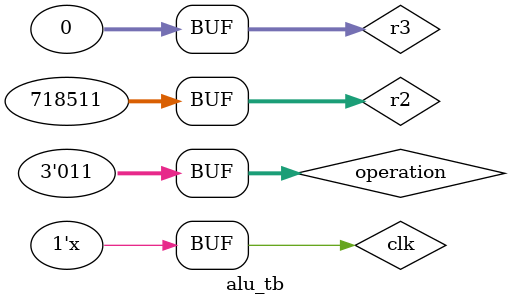
<source format=v>
`timescale 1ns / 1ps


module alu_tb;

parameter N = 32;

//inputs
reg signed [N-1:0] r2,r3;
reg [2:0] operation;
reg clk;

//outputs
wire signed [N-1:0] r0;
wire [N-1:0] mov_v, not_v, add_v, sub_v, and_v, or_v;
wire c_outa, c_outs, c_outav, c_outsv;

//instantiate UUT

top_module #(.N(N)) uut (.c_outa(c_outa), .c_outs(c_outs), .r0(r0), .r2(r2), .r3(r3), .ALUop(operation), .clk(clk));

//verification
MOV_verification #(.N(N)) mov_ver (.b(mov_v), .a(r2));
add_verification #(.N(N)) add_ver (.c_out(c_outav), .sum(add_v), .a(r2), .b(r3), .c_in(0));
NOT_verification #(.N(N)) not_ver (.out(not_v), .a(r2));
sub_verification #(.N(N)) sub_ver (.c_out(c_outsv), .diff(sub_v), .a(r2), .b(r3), .c_in(1));
AND_verification #(.N(N)) and_ver (.out(and_v), .a(r2), .b(r3));
OR_verification #(.N(N)) or_ver (.out(or_v), .a(r2), .b(r3));



//initialize clk
initial begin 
    clk = 0;
end

always 
#5 clk = ~clk;

// test cases

initial begin
    r2 = 32'b0;
    r3 = 32'b0;
    operation = 3'b000;
    #5
/// mov ////
    r2 = 32'b11010000101000010000101011101010; //27345429
    operation = 3'b000;
//check waveform if mov_v takes value of r2

//adding some delay 
    #10


//// or ///

operation = 3'b100;
r2 = 32'b01010000101011111000011010011100; // 1353680540
r3 = 32'b00100001111110000000010101101001; // 569902441

//check waveform if or_v takes on the value 0111 0001 1111 1111 1000 0111 1111 1101

//adding some delay 
    #10

/// and ///

operation = 3'b101;
r2 = 32'b01010010000011111001011010100101; 
r3 = 32'b01010000101011111000011010011100;

//check waveform if and_v takes on value  0101 0000 0000 1111 1000 0110 1000 0100

//adding some delay 
    #10

/// not ////

operation = 3'b001;
r2 = 32'b11111111111111111111111111111111;

//check waveform if not_v takes on value 0000 0000 0000 0000 0000 0000 0000 0000

//adding some delay 
    #10

///// add /////
    operation = 3'b010;
//add two big numbers with and without overflow --> 2,147,483,647 is the top cap


    ////without overflow

      r2 = 32'b00111011100110101100101000000000; // 1,000,000,000
      r3 = 32'b00111011100110101100101000000000; // 1,000,000,000

    //add hw_add1(add_v, r2, r3); //result should be 2 billion = 0111 0111 0011 0101 1001 0100 0000 0000

    //add some delay
    #30

    //with overflow add 1,073,741,824 and 1,073,741,824 to get overflow since  2,147,483,647 is the top cap
        r2 = 32'b01000000000000000000000000000000; //1,073,741,824
        r3 = 32'b01000000000000000000000000000000; //1,073,741,824

        //result should be 1000 0000 0000 0000 0000 0000 0000 0000 0000 -> -2,147,483,648

    //add some delay
    #30


//add two small numbers

    r2 = 32'b00000000000000000000000000001101; // 13
    r3 = 32'b00000000000000000000000000001111; // 15

    //result should be 0000 0000 0000 0000 0000 0000 0001 1100 or 28

//adding some delay 
    #30

//add a negative and a positive number 

    r2 = 32'b11111111111111111111111110100000; //-96
    r3 = 32'b00000000000000000000000000011100; //28

    //result should be -68 or 1111 1111 1111 1111 1111 1111 1011 1100

//adding some delay 
    #10


//// sub ////
    operation = 3'b011;
//sub same values

    r2 = 32'b01101010111101100000100101011111; //1,794,509,151
    r3 = 32'b01101010111101100000100101011111; //1,794,509,151

    //result should be zero

//adding some delay 
    #30

// diff is negative

    r2 = 32'b01101010111101100000100101011111; // 1,794,509,151
    r3 = 32'b01110001010010100110001010001100; // -1,900,700,300
    
   //result should be zero -106,191,149

//adding some delay 
    #30

// diff is positive

    r2 = 32'b01101010111101100000100101011111; //1,794,509,151
    r3 = 32'b01011111011010100001001001100000; //1,600,787,040

    // 00001011100010111111011011111111 or 193,722,111

    

//adding some delay 
    #30

// subtract 0
    r2 = 32'b00000000000010101111011010101111;
    r3 = 32'b00000000000000000000000000000000;

    // diff should equal 0000 0000 0000 1010 1111 0110 1010 1111
end
endmodule

</source>
